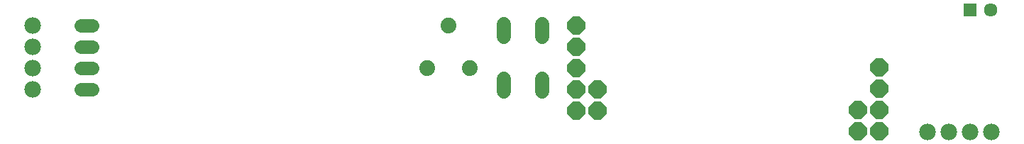
<source format=gbr>
G04 EAGLE Gerber RS-274X export*
G75*
%MOMM*%
%FSLAX34Y34*%
%LPD*%
%INSoldermask Top*%
%IPPOS*%
%AMOC8*
5,1,8,0,0,1.08239X$1,22.5*%
G01*
G04 Define Apertures*
%ADD10C,1.611200*%
%ADD11P,2.30939X8X22.5*%
%ADD12C,1.727200*%
%ADD13C,1.879600*%
%ADD14C,1.981200*%
%ADD15R,1.611200X1.611200*%
%ADD16C,1.611200*%
D10*
X18360Y50800D02*
X32440Y50800D01*
X32440Y76200D02*
X18360Y76200D01*
X18360Y101600D02*
X32440Y101600D01*
X32440Y127000D02*
X18360Y127000D01*
D11*
X609600Y25400D03*
X609600Y50800D03*
X609600Y76200D03*
X609600Y101600D03*
X609600Y127000D03*
X635000Y25400D03*
X635000Y50800D03*
D12*
X523494Y48768D02*
X523494Y64008D01*
X568706Y64008D02*
X568706Y48768D01*
X523494Y113792D02*
X523494Y129032D01*
X568706Y129032D02*
X568706Y113792D01*
D13*
X431800Y76200D03*
X457200Y127000D03*
X482600Y76200D03*
D11*
X946150Y1524D03*
X946150Y26924D03*
X971550Y52324D03*
X971550Y77724D03*
X971550Y1524D03*
X971550Y26924D03*
D14*
X1028700Y0D03*
X1054100Y0D03*
X1079500Y0D03*
X1104900Y0D03*
X-38862Y127000D03*
X-38862Y101600D03*
X-38862Y76200D03*
X-38862Y50800D03*
D15*
X1079500Y146050D03*
D16*
X1104500Y146050D03*
M02*

</source>
